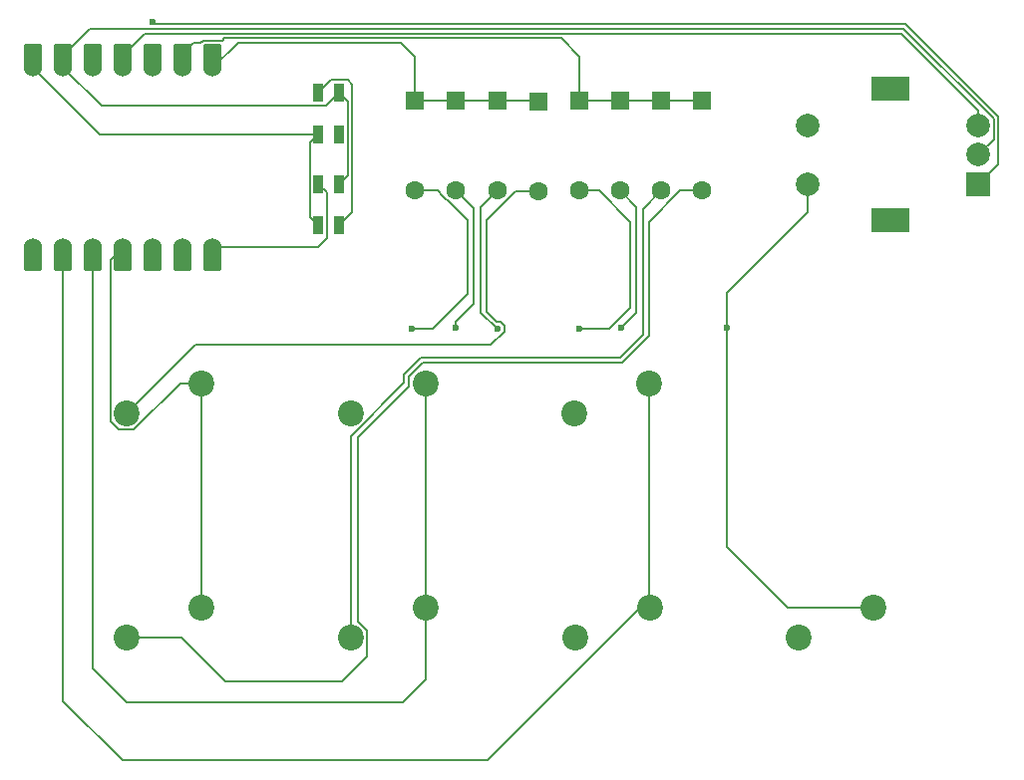
<source format=gbr>
G04 #@! TF.GenerationSoftware,KiCad,Pcbnew,9.0.7*
G04 #@! TF.CreationDate,2026-02-11T18:03:55+01:00*
G04 #@! TF.ProjectId,Schematic.kicad_pcb_2,53636865-6d61-4746-9963-2e6b69636164,rev?*
G04 #@! TF.SameCoordinates,Original*
G04 #@! TF.FileFunction,Copper,L1,Top*
G04 #@! TF.FilePolarity,Positive*
%FSLAX46Y46*%
G04 Gerber Fmt 4.6, Leading zero omitted, Abs format (unit mm)*
G04 Created by KiCad (PCBNEW 9.0.7) date 2026-02-11 18:03:55*
%MOMM*%
%LPD*%
G01*
G04 APERTURE LIST*
G04 Aperture macros list*
%AMRoundRect*
0 Rectangle with rounded corners*
0 $1 Rounding radius*
0 $2 $3 $4 $5 $6 $7 $8 $9 X,Y pos of 4 corners*
0 Add a 4 corners polygon primitive as box body*
4,1,4,$2,$3,$4,$5,$6,$7,$8,$9,$2,$3,0*
0 Add four circle primitives for the rounded corners*
1,1,$1+$1,$2,$3*
1,1,$1+$1,$4,$5*
1,1,$1+$1,$6,$7*
1,1,$1+$1,$8,$9*
0 Add four rect primitives between the rounded corners*
20,1,$1+$1,$2,$3,$4,$5,0*
20,1,$1+$1,$4,$5,$6,$7,0*
20,1,$1+$1,$6,$7,$8,$9,0*
20,1,$1+$1,$8,$9,$2,$3,0*%
G04 Aperture macros list end*
G04 #@! TA.AperFunction,ComponentPad*
%ADD10C,2.200000*%
G04 #@! TD*
G04 #@! TA.AperFunction,SMDPad,CuDef*
%ADD11R,0.850000X1.600000*%
G04 #@! TD*
G04 #@! TA.AperFunction,ComponentPad*
%ADD12RoundRect,0.250000X-0.550000X0.550000X-0.550000X-0.550000X0.550000X-0.550000X0.550000X0.550000X0*%
G04 #@! TD*
G04 #@! TA.AperFunction,ComponentPad*
%ADD13C,1.600000*%
G04 #@! TD*
G04 #@! TA.AperFunction,SMDPad,CuDef*
%ADD14RoundRect,0.152400X-0.609600X1.063600X-0.609600X-1.063600X0.609600X-1.063600X0.609600X1.063600X0*%
G04 #@! TD*
G04 #@! TA.AperFunction,ComponentPad*
%ADD15C,1.524000*%
G04 #@! TD*
G04 #@! TA.AperFunction,SMDPad,CuDef*
%ADD16RoundRect,0.152400X0.609600X-1.063600X0.609600X1.063600X-0.609600X1.063600X-0.609600X-1.063600X0*%
G04 #@! TD*
G04 #@! TA.AperFunction,ComponentPad*
%ADD17R,2.000000X2.000000*%
G04 #@! TD*
G04 #@! TA.AperFunction,ComponentPad*
%ADD18C,2.000000*%
G04 #@! TD*
G04 #@! TA.AperFunction,ComponentPad*
%ADD19R,3.200000X2.000000*%
G04 #@! TD*
G04 #@! TA.AperFunction,ViaPad*
%ADD20C,0.600000*%
G04 #@! TD*
G04 #@! TA.AperFunction,Conductor*
%ADD21C,0.200000*%
G04 #@! TD*
G04 APERTURE END LIST*
D10*
G04 #@! TO.P,SW1,1,1*
G04 #@! TO.N,Net-(U1-GPIO29{slash}ADC3{slash}A3)*
X35290000Y-68000000D03*
G04 #@! TO.P,SW1,2,2*
G04 #@! TO.N,Net-(D1-A)*
X28940000Y-70540000D03*
G04 #@! TD*
D11*
G04 #@! TO.P,D10,1,VSS*
G04 #@! TO.N,GND*
X46962500Y-24250000D03*
G04 #@! TO.P,D10,2,DIN*
G04 #@! TO.N,Net-(D10-DIN)*
X45212500Y-24250000D03*
G04 #@! TO.P,D10,3,VDD*
G04 #@! TO.N,+5V*
X45212500Y-27750000D03*
G04 #@! TO.P,D10,4,DOUT*
G04 #@! TO.N,unconnected-(D10-DOUT-Pad4)*
X46962500Y-27750000D03*
G04 #@! TD*
D12*
G04 #@! TO.P,D3,1,K*
G04 #@! TO.N,Net-(D1-K)*
X70841071Y-24940000D03*
D13*
G04 #@! TO.P,D3,2,A*
G04 #@! TO.N,Net-(D3-A)*
X70841071Y-32560000D03*
G04 #@! TD*
D10*
G04 #@! TO.P,SW5,1,1*
G04 #@! TO.N,Net-(U1-GPIO28{slash}ADC2{slash}A2)*
X54290000Y-48920000D03*
G04 #@! TO.P,SW5,2,2*
G04 #@! TO.N,Net-(D6-A)*
X47940000Y-51460000D03*
G04 #@! TD*
G04 #@! TO.P,SW2,1,1*
G04 #@! TO.N,Net-(U1-GPIO28{slash}ADC2{slash}A2)*
X54290000Y-68000000D03*
G04 #@! TO.P,SW2,2,2*
G04 #@! TO.N,Net-(D2-A)*
X47940000Y-70540000D03*
G04 #@! TD*
D14*
G04 #@! TO.P,U1,1,GPIO26/ADC0/A0*
G04 #@! TO.N,Net-(U1-GPIO26{slash}ADC0{slash}A0)*
X21000000Y-38205000D03*
D15*
X21000000Y-37370000D03*
D14*
G04 #@! TO.P,U1,2,GPIO27/ADC1/A1*
G04 #@! TO.N,Net-(U1-GPIO27{slash}ADC1{slash}A1)*
X23540000Y-38205000D03*
D15*
X23540000Y-37370000D03*
D14*
G04 #@! TO.P,U1,3,GPIO28/ADC2/A2*
G04 #@! TO.N,Net-(U1-GPIO28{slash}ADC2{slash}A2)*
X26080000Y-38205000D03*
D15*
X26080000Y-37370000D03*
D14*
G04 #@! TO.P,U1,4,GPIO29/ADC3/A3*
G04 #@! TO.N,Net-(U1-GPIO29{slash}ADC3{slash}A3)*
X28620000Y-38205000D03*
D15*
X28620000Y-37370000D03*
D14*
G04 #@! TO.P,U1,5,GPIO6/SDA*
G04 #@! TO.N,unconnected-(U1-GPIO6{slash}SDA-Pad5)*
X31160000Y-38205000D03*
D15*
X31160000Y-37370000D03*
D14*
G04 #@! TO.P,U1,6,GPIO7/SCL*
G04 #@! TO.N,unconnected-(U1-GPIO7{slash}SCL-Pad6)*
X33700000Y-38205000D03*
D15*
X33700000Y-37370000D03*
D14*
G04 #@! TO.P,U1,7,GPIO0/TX*
G04 #@! TO.N,Net-(D9-DIN)*
X36240000Y-38205000D03*
D15*
X36240000Y-37370000D03*
G04 #@! TO.P,U1,8,GPIO1/RX*
G04 #@! TO.N,Net-(D5-K)*
X36240000Y-22130000D03*
D16*
X36240000Y-21295000D03*
D15*
G04 #@! TO.P,U1,9,GPIO2/SCK*
G04 #@! TO.N,Net-(D1-K)*
X33700000Y-22130000D03*
D16*
X33700000Y-21295000D03*
D15*
G04 #@! TO.P,U1,10,GPIO4/MISO*
G04 #@! TO.N,Net-(U1-GPIO4{slash}MISO)*
X31160000Y-22130000D03*
D16*
X31160000Y-21295000D03*
D15*
G04 #@! TO.P,U1,11,GPIO3/MOSI*
G04 #@! TO.N,Net-(U1-GPIO3{slash}MOSI)*
X28620000Y-22130000D03*
D16*
X28620000Y-21295000D03*
D15*
G04 #@! TO.P,U1,12,3V3*
G04 #@! TO.N,unconnected-(U1-3V3-Pad12)*
X26080000Y-22130000D03*
D16*
X26080000Y-21295000D03*
D15*
G04 #@! TO.P,U1,13,GND*
G04 #@! TO.N,GND*
X23540000Y-22130000D03*
D16*
X23540000Y-21295000D03*
D15*
G04 #@! TO.P,U1,14,VBUS*
G04 #@! TO.N,+5V*
X21000000Y-22130000D03*
D16*
X21000000Y-21295000D03*
G04 #@! TD*
D10*
G04 #@! TO.P,SW3,1,1*
G04 #@! TO.N,Net-(U1-GPIO27{slash}ADC1{slash}A1)*
X73350000Y-68000000D03*
G04 #@! TO.P,SW3,2,2*
G04 #@! TO.N,Net-(D3-A)*
X67000000Y-70540000D03*
G04 #@! TD*
G04 #@! TO.P,SW8,1,1*
G04 #@! TO.N,Net-(U1-GPIO26{slash}ADC0{slash}A0)*
X92350000Y-68000000D03*
G04 #@! TO.P,SW8,2,2*
G04 #@! TO.N,Net-(D4-A)*
X86000000Y-70540000D03*
G04 #@! TD*
D12*
G04 #@! TO.P,D4,1,K*
G04 #@! TO.N,Net-(D1-K)*
X67355357Y-24940000D03*
D13*
G04 #@! TO.P,D4,2,A*
G04 #@! TO.N,Net-(D4-A)*
X67355357Y-32560000D03*
G04 #@! TD*
D10*
G04 #@! TO.P,SW6,1,1*
G04 #@! TO.N,Net-(U1-GPIO27{slash}ADC1{slash}A1)*
X73290000Y-48920000D03*
G04 #@! TO.P,SW6,2,2*
G04 #@! TO.N,Net-(D7-A)*
X66940000Y-51460000D03*
G04 #@! TD*
D12*
G04 #@! TO.P,D6,1,K*
G04 #@! TO.N,Net-(D5-K)*
X60383929Y-24940000D03*
D13*
G04 #@! TO.P,D6,2,A*
G04 #@! TO.N,Net-(D6-A)*
X60383929Y-32560000D03*
G04 #@! TD*
D12*
G04 #@! TO.P,D1,1,K*
G04 #@! TO.N,Net-(D1-K)*
X77812500Y-24940000D03*
D13*
G04 #@! TO.P,D1,2,A*
G04 #@! TO.N,Net-(D1-A)*
X77812500Y-32560000D03*
G04 #@! TD*
D12*
G04 #@! TO.P,D2,1,K*
G04 #@! TO.N,Net-(D1-K)*
X74326786Y-24940000D03*
D13*
G04 #@! TO.P,D2,2,A*
G04 #@! TO.N,Net-(D2-A)*
X74326786Y-32560000D03*
G04 #@! TD*
D11*
G04 #@! TO.P,D9,1,VSS*
G04 #@! TO.N,GND*
X46962500Y-32000000D03*
G04 #@! TO.P,D9,2,DIN*
G04 #@! TO.N,Net-(D9-DIN)*
X45212500Y-32000000D03*
G04 #@! TO.P,D9,3,VDD*
G04 #@! TO.N,+5V*
X45212500Y-35500000D03*
G04 #@! TO.P,D9,4,DOUT*
G04 #@! TO.N,Net-(D10-DIN)*
X46962500Y-35500000D03*
G04 #@! TD*
D12*
G04 #@! TO.P,D5,1,K*
G04 #@! TO.N,Net-(D5-K)*
X63869643Y-25000000D03*
D13*
G04 #@! TO.P,D5,2,A*
G04 #@! TO.N,Net-(D5-A)*
X63869643Y-32620000D03*
G04 #@! TD*
D10*
G04 #@! TO.P,SW4,1,1*
G04 #@! TO.N,Net-(U1-GPIO29{slash}ADC3{slash}A3)*
X35290000Y-48920000D03*
G04 #@! TO.P,SW4,2,2*
G04 #@! TO.N,Net-(D5-A)*
X28940000Y-51460000D03*
G04 #@! TD*
D12*
G04 #@! TO.P,D8,1,K*
G04 #@! TO.N,Net-(D5-K)*
X53412500Y-24940000D03*
D13*
G04 #@! TO.P,D8,2,A*
G04 #@! TO.N,Net-(D8-A)*
X53412500Y-32560000D03*
G04 #@! TD*
D12*
G04 #@! TO.P,D7,1,K*
G04 #@! TO.N,Net-(D5-K)*
X56898214Y-24940000D03*
D13*
G04 #@! TO.P,D7,2,A*
G04 #@! TO.N,Net-(D7-A)*
X56898214Y-32560000D03*
G04 #@! TD*
D17*
G04 #@! TO.P,SW7,A,A*
G04 #@! TO.N,Net-(U1-GPIO4{slash}MISO)*
X101250000Y-32000000D03*
D18*
G04 #@! TO.P,SW7,B,B*
G04 #@! TO.N,Net-(U1-GPIO3{slash}MOSI)*
X101250000Y-27000000D03*
G04 #@! TO.P,SW7,C,C*
G04 #@! TO.N,GND*
X101250000Y-29500000D03*
D19*
G04 #@! TO.P,SW7,MP*
G04 #@! TO.N,N/C*
X93750000Y-35100000D03*
X93750000Y-23900000D03*
D18*
G04 #@! TO.P,SW7,S1,S1*
G04 #@! TO.N,Net-(D8-A)*
X86750000Y-27000000D03*
G04 #@! TO.P,SW7,S2,S2*
G04 #@! TO.N,Net-(U1-GPIO26{slash}ADC0{slash}A0)*
X86750000Y-32000000D03*
G04 #@! TD*
D20*
G04 #@! TO.N,Net-(D3-A)*
X70895536Y-44245536D03*
G04 #@! TO.N,Net-(D4-A)*
X67355357Y-44300000D03*
G04 #@! TO.N,Net-(D6-A)*
X60383929Y-44283929D03*
G04 #@! TO.N,Net-(D7-A)*
X56900000Y-44200000D03*
G04 #@! TO.N,Net-(D8-A)*
X53150707Y-44250707D03*
G04 #@! TO.N,Net-(U1-GPIO4{slash}MISO)*
X31160000Y-18198000D03*
G04 #@! TO.N,Net-(U1-GPIO26{slash}ADC0{slash}A0)*
X79900000Y-44200000D03*
G04 #@! TD*
D21*
G04 #@! TO.N,Net-(D1-K)*
X37041626Y-19778000D02*
X35438374Y-19778000D01*
X67355357Y-21155357D02*
X65800000Y-19600000D01*
X33700000Y-20900000D02*
X33700000Y-22130000D01*
X35216374Y-20000000D02*
X34600000Y-20000000D01*
X70841071Y-24940000D02*
X74326786Y-24940000D01*
X74326786Y-24940000D02*
X77812500Y-24940000D01*
X67355357Y-24940000D02*
X70841071Y-24940000D01*
X35438374Y-19778000D02*
X35216374Y-20000000D01*
X67355357Y-24940000D02*
X67355357Y-21155357D01*
X65800000Y-19600000D02*
X37219626Y-19600000D01*
X34600000Y-20000000D02*
X33700000Y-20900000D01*
X37219626Y-19600000D02*
X37041626Y-19778000D01*
G04 #@! TO.N,Net-(D1-A)*
X37275816Y-74281000D02*
X33534816Y-70540000D01*
X47167470Y-74281000D02*
X37275816Y-74281000D01*
X48520314Y-69139000D02*
X49341000Y-69959686D01*
X52889000Y-49181000D02*
X48520314Y-53549686D01*
X48520314Y-53549686D02*
X48520314Y-69139000D01*
X71026100Y-47141000D02*
X54087686Y-47141000D01*
X75940000Y-32560000D02*
X73300000Y-35200000D01*
X49341000Y-72107470D02*
X47167470Y-74281000D01*
X52889000Y-48339686D02*
X52889000Y-49181000D01*
X73300000Y-35200000D02*
X73300000Y-44867100D01*
X73300000Y-44867100D02*
X71026100Y-47141000D01*
X49341000Y-69959686D02*
X49341000Y-72107470D01*
X33534816Y-70540000D02*
X28940000Y-70540000D01*
X54087686Y-47141000D02*
X52889000Y-48339686D01*
X77812500Y-32560000D02*
X75940000Y-32560000D01*
G04 #@! TO.N,Net-(D2-A)*
X72800000Y-34086786D02*
X72800000Y-44800000D01*
X70860000Y-46740000D02*
X53921586Y-46740000D01*
X72800000Y-44800000D02*
X70860000Y-46740000D01*
X74326786Y-32560000D02*
X72800000Y-34086786D01*
X53921586Y-46740000D02*
X52488000Y-48173586D01*
X52488000Y-48893314D02*
X47940000Y-53441314D01*
X52488000Y-48173586D02*
X52488000Y-48893314D01*
X47940000Y-53441314D02*
X47940000Y-70540000D01*
X48160000Y-70320000D02*
X47940000Y-70540000D01*
G04 #@! TO.N,Net-(D3-A)*
X72200000Y-33918929D02*
X70841071Y-32560000D01*
X70895536Y-44245536D02*
X72200000Y-42941071D01*
X72200000Y-42941071D02*
X72200000Y-33918929D01*
G04 #@! TO.N,Net-(D4-A)*
X69900000Y-44300000D02*
X71700000Y-42500000D01*
X69060000Y-32560000D02*
X67355357Y-32560000D01*
X71700000Y-42500000D02*
X71700000Y-35200000D01*
X71700000Y-35200000D02*
X69060000Y-32560000D01*
X67355357Y-44300000D02*
X69900000Y-44300000D01*
G04 #@! TO.N,Net-(D5-K)*
X56898214Y-24940000D02*
X60383929Y-24940000D01*
X53540000Y-24940000D02*
X53700000Y-25100000D01*
X53412500Y-24940000D02*
X56898214Y-24940000D01*
X38370000Y-20000000D02*
X36240000Y-22130000D01*
X53412500Y-24940000D02*
X53412500Y-21212500D01*
X63809643Y-24940000D02*
X63869643Y-25000000D01*
X53412500Y-24940000D02*
X53540000Y-24940000D01*
X52200000Y-20000000D02*
X38370000Y-20000000D01*
X60383929Y-24940000D02*
X63809643Y-24940000D01*
X53412500Y-21212500D02*
X52200000Y-20000000D01*
G04 #@! TO.N,Net-(D5-A)*
X60984929Y-44532872D02*
X60984929Y-44034986D01*
X34728199Y-45671801D02*
X28940000Y-51460000D01*
X61980000Y-32620000D02*
X63869643Y-32620000D01*
X59846000Y-45671801D02*
X34728199Y-45671801D01*
X59500000Y-42832900D02*
X59500000Y-35100000D01*
X60350029Y-43682929D02*
X59500000Y-42832900D01*
X59500000Y-35100000D02*
X61980000Y-32620000D01*
X60984929Y-44034986D02*
X60632872Y-43682929D01*
X60984929Y-44532872D02*
X59846000Y-45671801D01*
X60632872Y-43682929D02*
X60350029Y-43682929D01*
G04 #@! TO.N,Net-(D6-A)*
X60383929Y-44283929D02*
X59000000Y-42900000D01*
X59000000Y-42900000D02*
X59000000Y-33943929D01*
X59000000Y-33943929D02*
X60383929Y-32560000D01*
G04 #@! TO.N,Net-(D7-A)*
X56900000Y-44200000D02*
X56900000Y-43700000D01*
X58400000Y-42200000D02*
X58400000Y-34061786D01*
X56900000Y-43700000D02*
X58400000Y-42200000D01*
X58400000Y-34061786D02*
X56898214Y-32560000D01*
G04 #@! TO.N,Net-(D8-A)*
X56461000Y-33661000D02*
X56442164Y-33661000D01*
X55360000Y-32560000D02*
X53412500Y-32560000D01*
X57900000Y-41300000D02*
X57900000Y-35100000D01*
X55797214Y-32997214D02*
X55360000Y-32560000D01*
X57900000Y-35100000D02*
X56461000Y-33661000D01*
X53150707Y-44250707D02*
X54949293Y-44250707D01*
X55797214Y-33016050D02*
X55797214Y-32997214D01*
X56442164Y-33661000D02*
X55797214Y-33016050D01*
X54949293Y-44250707D02*
X57900000Y-41300000D01*
G04 #@! TO.N,Net-(D10-DIN)*
X48089500Y-34373000D02*
X46962500Y-35500000D01*
X46313500Y-23149000D02*
X47688500Y-23149000D01*
X45212500Y-24250000D02*
X46313500Y-23149000D01*
X47688500Y-23149000D02*
X48089500Y-23550000D01*
X48089500Y-23550000D02*
X48089500Y-34373000D01*
G04 #@! TO.N,Net-(D9-DIN)*
X45938500Y-32726000D02*
X45212500Y-32000000D01*
X45169500Y-37370000D02*
X45938500Y-36601000D01*
X36240000Y-37370000D02*
X45169500Y-37370000D01*
X45938500Y-36601000D02*
X45938500Y-32726000D01*
G04 #@! TO.N,GND*
X94887892Y-18798000D02*
X102551000Y-26461108D01*
X102551000Y-26461108D02*
X102551000Y-28199000D01*
X47688500Y-24976000D02*
X46962500Y-24250000D01*
X23540000Y-22130000D02*
X23540000Y-21052370D01*
X46962500Y-24250000D02*
X45861500Y-25351000D01*
X26761000Y-25351000D02*
X23540000Y-22130000D01*
X47688500Y-31274000D02*
X47688500Y-24976000D01*
X46962500Y-32000000D02*
X47688500Y-31274000D01*
X45861500Y-25351000D02*
X26761000Y-25351000D01*
X102551000Y-28199000D02*
X101250000Y-29500000D01*
X23540000Y-21052370D02*
X25794370Y-18798000D01*
X25794370Y-18798000D02*
X94887892Y-18798000D01*
G04 #@! TO.N,+5V*
X44486500Y-34774000D02*
X45212500Y-35500000D01*
X26620000Y-27750000D02*
X45212500Y-27750000D01*
X21000000Y-22130000D02*
X26620000Y-27750000D01*
X45212500Y-27750000D02*
X44486500Y-28476000D01*
X44486500Y-28476000D02*
X44486500Y-34774000D01*
G04 #@! TO.N,Net-(U1-GPIO29{slash}ADC3{slash}A3)*
X35290000Y-48920000D02*
X33461314Y-48920000D01*
X27539000Y-38451000D02*
X28620000Y-37370000D01*
X35290000Y-48920000D02*
X35290000Y-68000000D01*
X29520314Y-52861000D02*
X28229470Y-52861000D01*
X28229470Y-52861000D02*
X27539000Y-52170530D01*
X33461314Y-48920000D02*
X29520314Y-52861000D01*
X28620000Y-38447630D02*
X28620000Y-37370000D01*
X27539000Y-52170530D02*
X27539000Y-38451000D01*
G04 #@! TO.N,Net-(U1-GPIO28{slash}ADC2{slash}A2)*
X28911530Y-76020000D02*
X52370000Y-76020000D01*
X26068000Y-37382000D02*
X26068000Y-73176470D01*
X52370000Y-76020000D02*
X54290000Y-74100000D01*
X54290000Y-48920000D02*
X54290000Y-68000000D01*
X25952750Y-37497250D02*
X26080000Y-37370000D01*
X54290000Y-74100000D02*
X54290000Y-68000000D01*
X26068000Y-73176470D02*
X28911530Y-76020000D01*
X26080000Y-37370000D02*
X26068000Y-37382000D01*
G04 #@! TO.N,Net-(U1-GPIO27{slash}ADC1{slash}A1)*
X73350000Y-68000000D02*
X72565184Y-68000000D01*
X28575000Y-80962500D02*
X23540000Y-75927500D01*
X59602684Y-80962500D02*
X28575000Y-80962500D01*
X72565184Y-68000000D02*
X59602684Y-80962500D01*
X73290000Y-48920000D02*
X73290000Y-67940000D01*
X23540000Y-75927500D02*
X23540000Y-37370000D01*
X73290000Y-67940000D02*
X73350000Y-68000000D01*
G04 #@! TO.N,Net-(U1-GPIO4{slash}MISO)*
X31200000Y-18238000D02*
X31200000Y-18397000D01*
X102952000Y-30298000D02*
X101250000Y-32000000D01*
X31200000Y-18397000D02*
X95053992Y-18397000D01*
X95053992Y-18397000D02*
X102952000Y-26295008D01*
X102952000Y-26295008D02*
X102952000Y-30298000D01*
X31160000Y-18198000D02*
X31200000Y-18238000D01*
G04 #@! TO.N,Net-(U1-GPIO26{slash}ADC0{slash}A0)*
X86750000Y-32000000D02*
X86750000Y-34370000D01*
X79900000Y-62820000D02*
X85080000Y-68000000D01*
X86750000Y-34370000D02*
X79900000Y-41220000D01*
X79900000Y-41220000D02*
X79900000Y-62820000D01*
X85080000Y-68000000D02*
X92812500Y-68000000D01*
G04 #@! TO.N,Net-(U1-GPIO3{slash}MOSI)*
X101250000Y-25727208D02*
X101250000Y-27000000D01*
X94721792Y-19199000D02*
X101250000Y-25727208D01*
X28620000Y-21052370D02*
X30473370Y-19199000D01*
X28620000Y-22130000D02*
X28620000Y-21052370D01*
X30473370Y-19199000D02*
X94721792Y-19199000D01*
G04 #@! TD*
M02*

</source>
